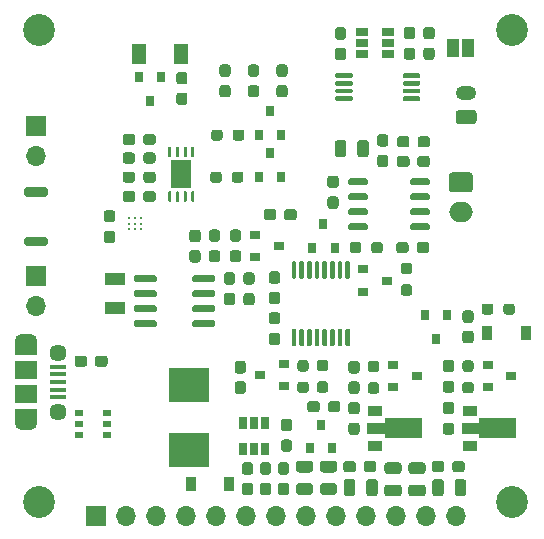
<source format=gbr>
G04 #@! TF.GenerationSoftware,KiCad,Pcbnew,(5.1.8)-1*
G04 #@! TF.CreationDate,2021-09-05T10:08:22+02:00*
G04 #@! TF.ProjectId,SuperPower-uC-KiCad,53757065-7250-46f7-9765-722d75432d4b,rev?*
G04 #@! TF.SameCoordinates,Original*
G04 #@! TF.FileFunction,Soldermask,Top*
G04 #@! TF.FilePolarity,Negative*
%FSLAX46Y46*%
G04 Gerber Fmt 4.6, Leading zero omitted, Abs format (unit mm)*
G04 Created by KiCad (PCBNEW (5.1.8)-1) date 2021-09-05 10:08:22*
%MOMM*%
%LPD*%
G01*
G04 APERTURE LIST*
%ADD10R,0.800000X0.900000*%
%ADD11R,1.300000X1.700000*%
%ADD12C,0.250000*%
%ADD13R,0.650000X1.060000*%
%ADD14R,0.900000X0.800000*%
%ADD15R,1.060000X0.650000*%
%ADD16C,0.100000*%
%ADD17R,1.300000X0.900000*%
%ADD18R,1.000000X1.500000*%
%ADD19O,1.700000X1.700000*%
%ADD20R,1.700000X1.700000*%
%ADD21C,2.700000*%
%ADD22R,0.700000X0.510000*%
%ADD23R,1.900000X1.200000*%
%ADD24O,1.900000X1.200000*%
%ADD25R,1.900000X1.500000*%
%ADD26C,1.450000*%
%ADD27R,1.350000X0.400000*%
%ADD28O,1.750000X1.200000*%
%ADD29R,1.800000X1.000000*%
%ADD30R,1.800000X2.400000*%
%ADD31R,3.500000X2.950000*%
%ADD32O,2.000000X1.700000*%
%ADD33R,0.900000X1.200000*%
G04 APERTURE END LIST*
G36*
G01*
X157427600Y-101946500D02*
X157227600Y-101946500D01*
G75*
G02*
X157127600Y-101846500I0J100000D01*
G01*
X157127600Y-100571500D01*
G75*
G02*
X157227600Y-100471500I100000J0D01*
G01*
X157427600Y-100471500D01*
G75*
G02*
X157527600Y-100571500I0J-100000D01*
G01*
X157527600Y-101846500D01*
G75*
G02*
X157427600Y-101946500I-100000J0D01*
G01*
G37*
G36*
G01*
X158077600Y-101946500D02*
X157877600Y-101946500D01*
G75*
G02*
X157777600Y-101846500I0J100000D01*
G01*
X157777600Y-100571500D01*
G75*
G02*
X157877600Y-100471500I100000J0D01*
G01*
X158077600Y-100471500D01*
G75*
G02*
X158177600Y-100571500I0J-100000D01*
G01*
X158177600Y-101846500D01*
G75*
G02*
X158077600Y-101946500I-100000J0D01*
G01*
G37*
G36*
G01*
X158727600Y-101946500D02*
X158527600Y-101946500D01*
G75*
G02*
X158427600Y-101846500I0J100000D01*
G01*
X158427600Y-100571500D01*
G75*
G02*
X158527600Y-100471500I100000J0D01*
G01*
X158727600Y-100471500D01*
G75*
G02*
X158827600Y-100571500I0J-100000D01*
G01*
X158827600Y-101846500D01*
G75*
G02*
X158727600Y-101946500I-100000J0D01*
G01*
G37*
G36*
G01*
X159377600Y-101946500D02*
X159177600Y-101946500D01*
G75*
G02*
X159077600Y-101846500I0J100000D01*
G01*
X159077600Y-100571500D01*
G75*
G02*
X159177600Y-100471500I100000J0D01*
G01*
X159377600Y-100471500D01*
G75*
G02*
X159477600Y-100571500I0J-100000D01*
G01*
X159477600Y-101846500D01*
G75*
G02*
X159377600Y-101946500I-100000J0D01*
G01*
G37*
G36*
G01*
X160027600Y-101946500D02*
X159827600Y-101946500D01*
G75*
G02*
X159727600Y-101846500I0J100000D01*
G01*
X159727600Y-100571500D01*
G75*
G02*
X159827600Y-100471500I100000J0D01*
G01*
X160027600Y-100471500D01*
G75*
G02*
X160127600Y-100571500I0J-100000D01*
G01*
X160127600Y-101846500D01*
G75*
G02*
X160027600Y-101946500I-100000J0D01*
G01*
G37*
G36*
G01*
X160677600Y-101946500D02*
X160477600Y-101946500D01*
G75*
G02*
X160377600Y-101846500I0J100000D01*
G01*
X160377600Y-100571500D01*
G75*
G02*
X160477600Y-100471500I100000J0D01*
G01*
X160677600Y-100471500D01*
G75*
G02*
X160777600Y-100571500I0J-100000D01*
G01*
X160777600Y-101846500D01*
G75*
G02*
X160677600Y-101946500I-100000J0D01*
G01*
G37*
G36*
G01*
X161327600Y-101946500D02*
X161127600Y-101946500D01*
G75*
G02*
X161027600Y-101846500I0J100000D01*
G01*
X161027600Y-100571500D01*
G75*
G02*
X161127600Y-100471500I100000J0D01*
G01*
X161327600Y-100471500D01*
G75*
G02*
X161427600Y-100571500I0J-100000D01*
G01*
X161427600Y-101846500D01*
G75*
G02*
X161327600Y-101946500I-100000J0D01*
G01*
G37*
G36*
G01*
X161977600Y-101946500D02*
X161777600Y-101946500D01*
G75*
G02*
X161677600Y-101846500I0J100000D01*
G01*
X161677600Y-100571500D01*
G75*
G02*
X161777600Y-100471500I100000J0D01*
G01*
X161977600Y-100471500D01*
G75*
G02*
X162077600Y-100571500I0J-100000D01*
G01*
X162077600Y-101846500D01*
G75*
G02*
X161977600Y-101946500I-100000J0D01*
G01*
G37*
G36*
G01*
X161977600Y-107671500D02*
X161777600Y-107671500D01*
G75*
G02*
X161677600Y-107571500I0J100000D01*
G01*
X161677600Y-106296500D01*
G75*
G02*
X161777600Y-106196500I100000J0D01*
G01*
X161977600Y-106196500D01*
G75*
G02*
X162077600Y-106296500I0J-100000D01*
G01*
X162077600Y-107571500D01*
G75*
G02*
X161977600Y-107671500I-100000J0D01*
G01*
G37*
G36*
G01*
X161327600Y-107671500D02*
X161127600Y-107671500D01*
G75*
G02*
X161027600Y-107571500I0J100000D01*
G01*
X161027600Y-106296500D01*
G75*
G02*
X161127600Y-106196500I100000J0D01*
G01*
X161327600Y-106196500D01*
G75*
G02*
X161427600Y-106296500I0J-100000D01*
G01*
X161427600Y-107571500D01*
G75*
G02*
X161327600Y-107671500I-100000J0D01*
G01*
G37*
G36*
G01*
X160677600Y-107671500D02*
X160477600Y-107671500D01*
G75*
G02*
X160377600Y-107571500I0J100000D01*
G01*
X160377600Y-106296500D01*
G75*
G02*
X160477600Y-106196500I100000J0D01*
G01*
X160677600Y-106196500D01*
G75*
G02*
X160777600Y-106296500I0J-100000D01*
G01*
X160777600Y-107571500D01*
G75*
G02*
X160677600Y-107671500I-100000J0D01*
G01*
G37*
G36*
G01*
X160027600Y-107671500D02*
X159827600Y-107671500D01*
G75*
G02*
X159727600Y-107571500I0J100000D01*
G01*
X159727600Y-106296500D01*
G75*
G02*
X159827600Y-106196500I100000J0D01*
G01*
X160027600Y-106196500D01*
G75*
G02*
X160127600Y-106296500I0J-100000D01*
G01*
X160127600Y-107571500D01*
G75*
G02*
X160027600Y-107671500I-100000J0D01*
G01*
G37*
G36*
G01*
X159377600Y-107671500D02*
X159177600Y-107671500D01*
G75*
G02*
X159077600Y-107571500I0J100000D01*
G01*
X159077600Y-106296500D01*
G75*
G02*
X159177600Y-106196500I100000J0D01*
G01*
X159377600Y-106196500D01*
G75*
G02*
X159477600Y-106296500I0J-100000D01*
G01*
X159477600Y-107571500D01*
G75*
G02*
X159377600Y-107671500I-100000J0D01*
G01*
G37*
G36*
G01*
X158727600Y-107671500D02*
X158527600Y-107671500D01*
G75*
G02*
X158427600Y-107571500I0J100000D01*
G01*
X158427600Y-106296500D01*
G75*
G02*
X158527600Y-106196500I100000J0D01*
G01*
X158727600Y-106196500D01*
G75*
G02*
X158827600Y-106296500I0J-100000D01*
G01*
X158827600Y-107571500D01*
G75*
G02*
X158727600Y-107671500I-100000J0D01*
G01*
G37*
G36*
G01*
X158077600Y-107671500D02*
X157877600Y-107671500D01*
G75*
G02*
X157777600Y-107571500I0J100000D01*
G01*
X157777600Y-106296500D01*
G75*
G02*
X157877600Y-106196500I100000J0D01*
G01*
X158077600Y-106196500D01*
G75*
G02*
X158177600Y-106296500I0J-100000D01*
G01*
X158177600Y-107571500D01*
G75*
G02*
X158077600Y-107671500I-100000J0D01*
G01*
G37*
G36*
G01*
X157427600Y-107671500D02*
X157227600Y-107671500D01*
G75*
G02*
X157127600Y-107571500I0J100000D01*
G01*
X157127600Y-106296500D01*
G75*
G02*
X157227600Y-106196500I100000J0D01*
G01*
X157427600Y-106196500D01*
G75*
G02*
X157527600Y-106296500I0J-100000D01*
G01*
X157527600Y-107571500D01*
G75*
G02*
X157427600Y-107671500I-100000J0D01*
G01*
G37*
G36*
G01*
X147590500Y-86188000D02*
X148065500Y-86188000D01*
G75*
G02*
X148303000Y-86425500I0J-237500D01*
G01*
X148303000Y-87000500D01*
G75*
G02*
X148065500Y-87238000I-237500J0D01*
G01*
X147590500Y-87238000D01*
G75*
G02*
X147353000Y-87000500I0J237500D01*
G01*
X147353000Y-86425500D01*
G75*
G02*
X147590500Y-86188000I237500J0D01*
G01*
G37*
G36*
G01*
X147590500Y-84438000D02*
X148065500Y-84438000D01*
G75*
G02*
X148303000Y-84675500I0J-237500D01*
G01*
X148303000Y-85250500D01*
G75*
G02*
X148065500Y-85488000I-237500J0D01*
G01*
X147590500Y-85488000D01*
G75*
G02*
X147353000Y-85250500I0J237500D01*
G01*
X147353000Y-84675500D01*
G75*
G02*
X147590500Y-84438000I237500J0D01*
G01*
G37*
D10*
X145150800Y-86861400D03*
X144200800Y-84861400D03*
X146100800Y-84861400D03*
D11*
X147726400Y-82880200D03*
X144226400Y-82880200D03*
G36*
G01*
X159503100Y-110637500D02*
X159978100Y-110637500D01*
G75*
G02*
X160215600Y-110875000I0J-237500D01*
G01*
X160215600Y-111375000D01*
G75*
G02*
X159978100Y-111612500I-237500J0D01*
G01*
X159503100Y-111612500D01*
G75*
G02*
X159265600Y-111375000I0J237500D01*
G01*
X159265600Y-110875000D01*
G75*
G02*
X159503100Y-110637500I237500J0D01*
G01*
G37*
G36*
G01*
X159503100Y-108812500D02*
X159978100Y-108812500D01*
G75*
G02*
X160215600Y-109050000I0J-237500D01*
G01*
X160215600Y-109550000D01*
G75*
G02*
X159978100Y-109787500I-237500J0D01*
G01*
X159503100Y-109787500D01*
G75*
G02*
X159265600Y-109550000I0J237500D01*
G01*
X159265600Y-109050000D01*
G75*
G02*
X159503100Y-108812500I237500J0D01*
G01*
G37*
G36*
G01*
X141469100Y-97886000D02*
X141944100Y-97886000D01*
G75*
G02*
X142181600Y-98123500I0J-237500D01*
G01*
X142181600Y-98698500D01*
G75*
G02*
X141944100Y-98936000I-237500J0D01*
G01*
X141469100Y-98936000D01*
G75*
G02*
X141231600Y-98698500I0J237500D01*
G01*
X141231600Y-98123500D01*
G75*
G02*
X141469100Y-97886000I237500J0D01*
G01*
G37*
G36*
G01*
X141469100Y-96136000D02*
X141944100Y-96136000D01*
G75*
G02*
X142181600Y-96373500I0J-237500D01*
G01*
X142181600Y-96948500D01*
G75*
G02*
X141944100Y-97186000I-237500J0D01*
G01*
X141469100Y-97186000D01*
G75*
G02*
X141231600Y-96948500I0J237500D01*
G01*
X141231600Y-96373500D01*
G75*
G02*
X141469100Y-96136000I237500J0D01*
G01*
G37*
D12*
X144373600Y-96774000D03*
X143873600Y-96774000D03*
X143373600Y-96774000D03*
X144373600Y-97274000D03*
X143873600Y-97274000D03*
X143373600Y-97274000D03*
X144373600Y-97774000D03*
X143873600Y-97774000D03*
X143373600Y-97774000D03*
G36*
G01*
X153755100Y-102457800D02*
X153280100Y-102457800D01*
G75*
G02*
X153042600Y-102220300I0J237500D01*
G01*
X153042600Y-101645300D01*
G75*
G02*
X153280100Y-101407800I237500J0D01*
G01*
X153755100Y-101407800D01*
G75*
G02*
X153992600Y-101645300I0J-237500D01*
G01*
X153992600Y-102220300D01*
G75*
G02*
X153755100Y-102457800I-237500J0D01*
G01*
G37*
G36*
G01*
X153755100Y-104207800D02*
X153280100Y-104207800D01*
G75*
G02*
X153042600Y-103970300I0J237500D01*
G01*
X153042600Y-103395300D01*
G75*
G02*
X153280100Y-103157800I237500J0D01*
G01*
X153755100Y-103157800D01*
G75*
G02*
X153992600Y-103395300I0J-237500D01*
G01*
X153992600Y-103970300D01*
G75*
G02*
X153755100Y-104207800I-237500J0D01*
G01*
G37*
G36*
G01*
X148708100Y-99512000D02*
X149183100Y-99512000D01*
G75*
G02*
X149420600Y-99749500I0J-237500D01*
G01*
X149420600Y-100349500D01*
G75*
G02*
X149183100Y-100587000I-237500J0D01*
G01*
X148708100Y-100587000D01*
G75*
G02*
X148470600Y-100349500I0J237500D01*
G01*
X148470600Y-99749500D01*
G75*
G02*
X148708100Y-99512000I237500J0D01*
G01*
G37*
G36*
G01*
X148708100Y-97787000D02*
X149183100Y-97787000D01*
G75*
G02*
X149420600Y-98024500I0J-237500D01*
G01*
X149420600Y-98624500D01*
G75*
G02*
X149183100Y-98862000I-237500J0D01*
G01*
X148708100Y-98862000D01*
G75*
G02*
X148470600Y-98624500I0J237500D01*
G01*
X148470600Y-98024500D01*
G75*
G02*
X148708100Y-97787000I237500J0D01*
G01*
G37*
D13*
X153959600Y-114132000D03*
X153009600Y-114132000D03*
X154909600Y-114132000D03*
X154909600Y-116332000D03*
X153959600Y-116332000D03*
X153009600Y-116332000D03*
D14*
X156065600Y-99187000D03*
X154065600Y-100137000D03*
X154065600Y-98237000D03*
D15*
X165302100Y-81976000D03*
X165302100Y-81026000D03*
X165302100Y-82926000D03*
X163102100Y-82926000D03*
X163102100Y-81976000D03*
X163102100Y-81026000D03*
G36*
G01*
X168216600Y-118483000D02*
X167266600Y-118483000D01*
G75*
G02*
X167016600Y-118233000I0J250000D01*
G01*
X167016600Y-117733000D01*
G75*
G02*
X167266600Y-117483000I250000J0D01*
G01*
X168216600Y-117483000D01*
G75*
G02*
X168466600Y-117733000I0J-250000D01*
G01*
X168466600Y-118233000D01*
G75*
G02*
X168216600Y-118483000I-250000J0D01*
G01*
G37*
G36*
G01*
X168216600Y-120383000D02*
X167266600Y-120383000D01*
G75*
G02*
X167016600Y-120133000I0J250000D01*
G01*
X167016600Y-119633000D01*
G75*
G02*
X167266600Y-119383000I250000J0D01*
G01*
X168216600Y-119383000D01*
G75*
G02*
X168466600Y-119633000I0J-250000D01*
G01*
X168466600Y-120133000D01*
G75*
G02*
X168216600Y-120383000I-250000J0D01*
G01*
G37*
D16*
G36*
X168135600Y-115471300D02*
G01*
X165010600Y-115471300D01*
X165010600Y-115054800D01*
X163535600Y-115054800D01*
X163535600Y-114154800D01*
X165010600Y-114154800D01*
X165010600Y-113738300D01*
X168135600Y-113738300D01*
X168135600Y-115471300D01*
G37*
D17*
X164185600Y-116104800D03*
X164185600Y-113104800D03*
D16*
G36*
X176136600Y-115471300D02*
G01*
X173011600Y-115471300D01*
X173011600Y-115054800D01*
X171536600Y-115054800D01*
X171536600Y-114154800D01*
X173011600Y-114154800D01*
X173011600Y-113738300D01*
X176136600Y-113738300D01*
X176136600Y-115471300D01*
G37*
D17*
X172186600Y-116104800D03*
X172186600Y-113104800D03*
D18*
X170789600Y-82423000D03*
X172089600Y-82423000D03*
D10*
X155295600Y-87789000D03*
X156245600Y-89789000D03*
X154345600Y-89789000D03*
D14*
X154438600Y-110109000D03*
X156438600Y-109159000D03*
X156438600Y-111059000D03*
X175710600Y-110170000D03*
X173710600Y-111120000D03*
X173710600Y-109220000D03*
X167709600Y-110170000D03*
X165709600Y-111120000D03*
X165709600Y-109220000D03*
G36*
G01*
X152061100Y-93582500D02*
X152061100Y-93107500D01*
G75*
G02*
X152298600Y-92870000I237500J0D01*
G01*
X152798600Y-92870000D01*
G75*
G02*
X153036100Y-93107500I0J-237500D01*
G01*
X153036100Y-93582500D01*
G75*
G02*
X152798600Y-93820000I-237500J0D01*
G01*
X152298600Y-93820000D01*
G75*
G02*
X152061100Y-93582500I0J237500D01*
G01*
G37*
G36*
G01*
X150236100Y-93582500D02*
X150236100Y-93107500D01*
G75*
G02*
X150473600Y-92870000I237500J0D01*
G01*
X150973600Y-92870000D01*
G75*
G02*
X151211100Y-93107500I0J-237500D01*
G01*
X151211100Y-93582500D01*
G75*
G02*
X150973600Y-93820000I-237500J0D01*
G01*
X150473600Y-93820000D01*
G75*
G02*
X150236100Y-93582500I0J237500D01*
G01*
G37*
G36*
G01*
X166615100Y-102429500D02*
X167090100Y-102429500D01*
G75*
G02*
X167327600Y-102667000I0J-237500D01*
G01*
X167327600Y-103167000D01*
G75*
G02*
X167090100Y-103404500I-237500J0D01*
G01*
X166615100Y-103404500D01*
G75*
G02*
X166377600Y-103167000I0J237500D01*
G01*
X166377600Y-102667000D01*
G75*
G02*
X166615100Y-102429500I237500J0D01*
G01*
G37*
G36*
G01*
X166615100Y-100604500D02*
X167090100Y-100604500D01*
G75*
G02*
X167327600Y-100842000I0J-237500D01*
G01*
X167327600Y-101342000D01*
G75*
G02*
X167090100Y-101579500I-237500J0D01*
G01*
X166615100Y-101579500D01*
G75*
G02*
X166377600Y-101342000I0J237500D01*
G01*
X166377600Y-100842000D01*
G75*
G02*
X166615100Y-100604500I237500J0D01*
G01*
G37*
G36*
G01*
X151291100Y-89551500D02*
X151291100Y-90026500D01*
G75*
G02*
X151053600Y-90264000I-237500J0D01*
G01*
X150553600Y-90264000D01*
G75*
G02*
X150316100Y-90026500I0J237500D01*
G01*
X150316100Y-89551500D01*
G75*
G02*
X150553600Y-89314000I237500J0D01*
G01*
X151053600Y-89314000D01*
G75*
G02*
X151291100Y-89551500I0J-237500D01*
G01*
G37*
G36*
G01*
X153116100Y-89551500D02*
X153116100Y-90026500D01*
G75*
G02*
X152878600Y-90264000I-237500J0D01*
G01*
X152378600Y-90264000D01*
G75*
G02*
X152141100Y-90026500I0J237500D01*
G01*
X152141100Y-89551500D01*
G75*
G02*
X152378600Y-89314000I237500J0D01*
G01*
X152878600Y-89314000D01*
G75*
G02*
X153116100Y-89551500I0J-237500D01*
G01*
G37*
G36*
G01*
X158327100Y-109811000D02*
X157852100Y-109811000D01*
G75*
G02*
X157614600Y-109573500I0J237500D01*
G01*
X157614600Y-109073500D01*
G75*
G02*
X157852100Y-108836000I237500J0D01*
G01*
X158327100Y-108836000D01*
G75*
G02*
X158564600Y-109073500I0J-237500D01*
G01*
X158564600Y-109573500D01*
G75*
G02*
X158327100Y-109811000I-237500J0D01*
G01*
G37*
G36*
G01*
X158327100Y-111636000D02*
X157852100Y-111636000D01*
G75*
G02*
X157614600Y-111398500I0J237500D01*
G01*
X157614600Y-110898500D01*
G75*
G02*
X157852100Y-110661000I237500J0D01*
G01*
X158327100Y-110661000D01*
G75*
G02*
X158564600Y-110898500I0J-237500D01*
G01*
X158564600Y-111398500D01*
G75*
G02*
X158327100Y-111636000I-237500J0D01*
G01*
G37*
G36*
G01*
X163821100Y-110725800D02*
X164296100Y-110725800D01*
G75*
G02*
X164533600Y-110963300I0J-237500D01*
G01*
X164533600Y-111463300D01*
G75*
G02*
X164296100Y-111700800I-237500J0D01*
G01*
X163821100Y-111700800D01*
G75*
G02*
X163583600Y-111463300I0J237500D01*
G01*
X163583600Y-110963300D01*
G75*
G02*
X163821100Y-110725800I237500J0D01*
G01*
G37*
G36*
G01*
X163821100Y-108900800D02*
X164296100Y-108900800D01*
G75*
G02*
X164533600Y-109138300I0J-237500D01*
G01*
X164533600Y-109638300D01*
G75*
G02*
X164296100Y-109875800I-237500J0D01*
G01*
X163821100Y-109875800D01*
G75*
G02*
X163583600Y-109638300I0J237500D01*
G01*
X163583600Y-109138300D01*
G75*
G02*
X163821100Y-108900800I237500J0D01*
G01*
G37*
G36*
G01*
X171822100Y-110684500D02*
X172297100Y-110684500D01*
G75*
G02*
X172534600Y-110922000I0J-237500D01*
G01*
X172534600Y-111422000D01*
G75*
G02*
X172297100Y-111659500I-237500J0D01*
G01*
X171822100Y-111659500D01*
G75*
G02*
X171584600Y-111422000I0J237500D01*
G01*
X171584600Y-110922000D01*
G75*
G02*
X171822100Y-110684500I237500J0D01*
G01*
G37*
G36*
G01*
X171822100Y-108859500D02*
X172297100Y-108859500D01*
G75*
G02*
X172534600Y-109097000I0J-237500D01*
G01*
X172534600Y-109597000D01*
G75*
G02*
X172297100Y-109834500I-237500J0D01*
G01*
X171822100Y-109834500D01*
G75*
G02*
X171584600Y-109597000I0J237500D01*
G01*
X171584600Y-109097000D01*
G75*
G02*
X171822100Y-108859500I237500J0D01*
G01*
G37*
G36*
G01*
X163012600Y-99076500D02*
X163012600Y-99551500D01*
G75*
G02*
X162775100Y-99789000I-237500J0D01*
G01*
X162275100Y-99789000D01*
G75*
G02*
X162037600Y-99551500I0J237500D01*
G01*
X162037600Y-99076500D01*
G75*
G02*
X162275100Y-98839000I237500J0D01*
G01*
X162775100Y-98839000D01*
G75*
G02*
X163012600Y-99076500I0J-237500D01*
G01*
G37*
G36*
G01*
X164837600Y-99076500D02*
X164837600Y-99551500D01*
G75*
G02*
X164600100Y-99789000I-237500J0D01*
G01*
X164100100Y-99789000D01*
G75*
G02*
X163862600Y-99551500I0J237500D01*
G01*
X163862600Y-99076500D01*
G75*
G02*
X164100100Y-98839000I237500J0D01*
G01*
X164600100Y-98839000D01*
G75*
G02*
X164837600Y-99076500I0J-237500D01*
G01*
G37*
G36*
G01*
X174198100Y-104283500D02*
X174198100Y-104758500D01*
G75*
G02*
X173960600Y-104996000I-237500J0D01*
G01*
X173460600Y-104996000D01*
G75*
G02*
X173223100Y-104758500I0J237500D01*
G01*
X173223100Y-104283500D01*
G75*
G02*
X173460600Y-104046000I237500J0D01*
G01*
X173960600Y-104046000D01*
G75*
G02*
X174198100Y-104283500I0J-237500D01*
G01*
G37*
G36*
G01*
X176023100Y-104283500D02*
X176023100Y-104758500D01*
G75*
G02*
X175785600Y-104996000I-237500J0D01*
G01*
X175285600Y-104996000D01*
G75*
G02*
X175048100Y-104758500I0J237500D01*
G01*
X175048100Y-104283500D01*
G75*
G02*
X175285600Y-104046000I237500J0D01*
G01*
X175785600Y-104046000D01*
G75*
G02*
X176023100Y-104283500I0J-237500D01*
G01*
G37*
D10*
X155295600Y-91345000D03*
X156245600Y-93345000D03*
X154345600Y-93345000D03*
G36*
G01*
X161769600Y-90457000D02*
X161769600Y-91407000D01*
G75*
G02*
X161519600Y-91657000I-250000J0D01*
G01*
X161019600Y-91657000D01*
G75*
G02*
X160769600Y-91407000I0J250000D01*
G01*
X160769600Y-90457000D01*
G75*
G02*
X161019600Y-90207000I250000J0D01*
G01*
X161519600Y-90207000D01*
G75*
G02*
X161769600Y-90457000I0J-250000D01*
G01*
G37*
G36*
G01*
X163669600Y-90457000D02*
X163669600Y-91407000D01*
G75*
G02*
X163419600Y-91657000I-250000J0D01*
G01*
X162919600Y-91657000D01*
G75*
G02*
X162669600Y-91407000I0J250000D01*
G01*
X162669600Y-90457000D01*
G75*
G02*
X162919600Y-90207000I250000J0D01*
G01*
X163419600Y-90207000D01*
G75*
G02*
X163669600Y-90457000I0J-250000D01*
G01*
G37*
D19*
X171043600Y-122047000D03*
X168503600Y-122047000D03*
X165963600Y-122047000D03*
X163423600Y-122047000D03*
X160883600Y-122047000D03*
X158343600Y-122047000D03*
X155803600Y-122047000D03*
X153263600Y-122047000D03*
X150723600Y-122047000D03*
X148183600Y-122047000D03*
X145643600Y-122047000D03*
X143103600Y-122047000D03*
D20*
X140563600Y-122047000D03*
G36*
G01*
X162645100Y-109975800D02*
X162170100Y-109975800D01*
G75*
G02*
X161932600Y-109738300I0J237500D01*
G01*
X161932600Y-109138300D01*
G75*
G02*
X162170100Y-108900800I237500J0D01*
G01*
X162645100Y-108900800D01*
G75*
G02*
X162882600Y-109138300I0J-237500D01*
G01*
X162882600Y-109738300D01*
G75*
G02*
X162645100Y-109975800I-237500J0D01*
G01*
G37*
G36*
G01*
X162645100Y-111700800D02*
X162170100Y-111700800D01*
G75*
G02*
X161932600Y-111463300I0J237500D01*
G01*
X161932600Y-110863300D01*
G75*
G02*
X162170100Y-110625800I237500J0D01*
G01*
X162645100Y-110625800D01*
G75*
G02*
X162882600Y-110863300I0J-237500D01*
G01*
X162882600Y-111463300D01*
G75*
G02*
X162645100Y-111700800I-237500J0D01*
G01*
G37*
G36*
G01*
X155914100Y-102391500D02*
X155439100Y-102391500D01*
G75*
G02*
X155201600Y-102154000I0J237500D01*
G01*
X155201600Y-101554000D01*
G75*
G02*
X155439100Y-101316500I237500J0D01*
G01*
X155914100Y-101316500D01*
G75*
G02*
X156151600Y-101554000I0J-237500D01*
G01*
X156151600Y-102154000D01*
G75*
G02*
X155914100Y-102391500I-237500J0D01*
G01*
G37*
G36*
G01*
X155914100Y-104116500D02*
X155439100Y-104116500D01*
G75*
G02*
X155201600Y-103879000I0J237500D01*
G01*
X155201600Y-103279000D01*
G75*
G02*
X155439100Y-103041500I237500J0D01*
G01*
X155914100Y-103041500D01*
G75*
G02*
X156151600Y-103279000I0J-237500D01*
G01*
X156151600Y-103879000D01*
G75*
G02*
X155914100Y-104116500I-237500J0D01*
G01*
G37*
G36*
G01*
X140470800Y-109178100D02*
X140470800Y-108703100D01*
G75*
G02*
X140708300Y-108465600I237500J0D01*
G01*
X141308300Y-108465600D01*
G75*
G02*
X141545800Y-108703100I0J-237500D01*
G01*
X141545800Y-109178100D01*
G75*
G02*
X141308300Y-109415600I-237500J0D01*
G01*
X140708300Y-109415600D01*
G75*
G02*
X140470800Y-109178100I0J237500D01*
G01*
G37*
G36*
G01*
X138745800Y-109178100D02*
X138745800Y-108703100D01*
G75*
G02*
X138983300Y-108465600I237500J0D01*
G01*
X139583300Y-108465600D01*
G75*
G02*
X139820800Y-108703100I0J-237500D01*
G01*
X139820800Y-109178100D01*
G75*
G02*
X139583300Y-109415600I-237500J0D01*
G01*
X138983300Y-109415600D01*
G75*
G02*
X138745800Y-109178100I0J237500D01*
G01*
G37*
G36*
G01*
X153018500Y-109975800D02*
X152543500Y-109975800D01*
G75*
G02*
X152306000Y-109738300I0J237500D01*
G01*
X152306000Y-109138300D01*
G75*
G02*
X152543500Y-108900800I237500J0D01*
G01*
X153018500Y-108900800D01*
G75*
G02*
X153256000Y-109138300I0J-237500D01*
G01*
X153256000Y-109738300D01*
G75*
G02*
X153018500Y-109975800I-237500J0D01*
G01*
G37*
G36*
G01*
X153018500Y-111700800D02*
X152543500Y-111700800D01*
G75*
G02*
X152306000Y-111463300I0J237500D01*
G01*
X152306000Y-110863300D01*
G75*
G02*
X152543500Y-110625800I237500J0D01*
G01*
X153018500Y-110625800D01*
G75*
G02*
X153256000Y-110863300I0J-237500D01*
G01*
X153256000Y-111463300D01*
G75*
G02*
X153018500Y-111700800I-237500J0D01*
G01*
G37*
G36*
G01*
X153628100Y-118561000D02*
X153153100Y-118561000D01*
G75*
G02*
X152915600Y-118323500I0J237500D01*
G01*
X152915600Y-117723500D01*
G75*
G02*
X153153100Y-117486000I237500J0D01*
G01*
X153628100Y-117486000D01*
G75*
G02*
X153865600Y-117723500I0J-237500D01*
G01*
X153865600Y-118323500D01*
G75*
G02*
X153628100Y-118561000I-237500J0D01*
G01*
G37*
G36*
G01*
X153628100Y-120286000D02*
X153153100Y-120286000D01*
G75*
G02*
X152915600Y-120048500I0J237500D01*
G01*
X152915600Y-119448500D01*
G75*
G02*
X153153100Y-119211000I237500J0D01*
G01*
X153628100Y-119211000D01*
G75*
G02*
X153865600Y-119448500I0J-237500D01*
G01*
X153865600Y-120048500D01*
G75*
G02*
X153628100Y-120286000I-237500J0D01*
G01*
G37*
G36*
G01*
X162576600Y-117618500D02*
X162576600Y-118093500D01*
G75*
G02*
X162339100Y-118331000I-237500J0D01*
G01*
X161739100Y-118331000D01*
G75*
G02*
X161501600Y-118093500I0J237500D01*
G01*
X161501600Y-117618500D01*
G75*
G02*
X161739100Y-117381000I237500J0D01*
G01*
X162339100Y-117381000D01*
G75*
G02*
X162576600Y-117618500I0J-237500D01*
G01*
G37*
G36*
G01*
X164301600Y-117618500D02*
X164301600Y-118093500D01*
G75*
G02*
X164064100Y-118331000I-237500J0D01*
G01*
X163464100Y-118331000D01*
G75*
G02*
X163226600Y-118093500I0J237500D01*
G01*
X163226600Y-117618500D01*
G75*
G02*
X163464100Y-117381000I237500J0D01*
G01*
X164064100Y-117381000D01*
G75*
G02*
X164301600Y-117618500I0J-237500D01*
G01*
G37*
G36*
G01*
X170719600Y-118093500D02*
X170719600Y-117618500D01*
G75*
G02*
X170957100Y-117381000I237500J0D01*
G01*
X171557100Y-117381000D01*
G75*
G02*
X171794600Y-117618500I0J-237500D01*
G01*
X171794600Y-118093500D01*
G75*
G02*
X171557100Y-118331000I-237500J0D01*
G01*
X170957100Y-118331000D01*
G75*
G02*
X170719600Y-118093500I0J237500D01*
G01*
G37*
G36*
G01*
X168994600Y-118093500D02*
X168994600Y-117618500D01*
G75*
G02*
X169232100Y-117381000I237500J0D01*
G01*
X169832100Y-117381000D01*
G75*
G02*
X170069600Y-117618500I0J-237500D01*
G01*
X170069600Y-118093500D01*
G75*
G02*
X169832100Y-118331000I-237500J0D01*
G01*
X169232100Y-118331000D01*
G75*
G02*
X168994600Y-118093500I0J237500D01*
G01*
G37*
G36*
G01*
X172297100Y-105693500D02*
X171822100Y-105693500D01*
G75*
G02*
X171584600Y-105456000I0J237500D01*
G01*
X171584600Y-104856000D01*
G75*
G02*
X171822100Y-104618500I237500J0D01*
G01*
X172297100Y-104618500D01*
G75*
G02*
X172534600Y-104856000I0J-237500D01*
G01*
X172534600Y-105456000D01*
G75*
G02*
X172297100Y-105693500I-237500J0D01*
G01*
G37*
G36*
G01*
X172297100Y-107418500D02*
X171822100Y-107418500D01*
G75*
G02*
X171584600Y-107181000I0J237500D01*
G01*
X171584600Y-106581000D01*
G75*
G02*
X171822100Y-106343500I237500J0D01*
G01*
X172297100Y-106343500D01*
G75*
G02*
X172534600Y-106581000I0J-237500D01*
G01*
X172534600Y-107181000D01*
G75*
G02*
X172297100Y-107418500I-237500J0D01*
G01*
G37*
G36*
G01*
X167112900Y-91786700D02*
X167112900Y-92261700D01*
G75*
G02*
X166875400Y-92499200I-237500J0D01*
G01*
X166275400Y-92499200D01*
G75*
G02*
X166037900Y-92261700I0J237500D01*
G01*
X166037900Y-91786700D01*
G75*
G02*
X166275400Y-91549200I237500J0D01*
G01*
X166875400Y-91549200D01*
G75*
G02*
X167112900Y-91786700I0J-237500D01*
G01*
G37*
G36*
G01*
X168837900Y-91786700D02*
X168837900Y-92261700D01*
G75*
G02*
X168600400Y-92499200I-237500J0D01*
G01*
X168000400Y-92499200D01*
G75*
G02*
X167762900Y-92261700I0J237500D01*
G01*
X167762900Y-91786700D01*
G75*
G02*
X168000400Y-91549200I237500J0D01*
G01*
X168600400Y-91549200D01*
G75*
G02*
X168837900Y-91786700I0J-237500D01*
G01*
G37*
G36*
G01*
X155833100Y-96282500D02*
X155833100Y-96757500D01*
G75*
G02*
X155595600Y-96995000I-237500J0D01*
G01*
X154995600Y-96995000D01*
G75*
G02*
X154758100Y-96757500I0J237500D01*
G01*
X154758100Y-96282500D01*
G75*
G02*
X154995600Y-96045000I237500J0D01*
G01*
X155595600Y-96045000D01*
G75*
G02*
X155833100Y-96282500I0J-237500D01*
G01*
G37*
G36*
G01*
X157558100Y-96282500D02*
X157558100Y-96757500D01*
G75*
G02*
X157320600Y-96995000I-237500J0D01*
G01*
X156720600Y-96995000D01*
G75*
G02*
X156483100Y-96757500I0J237500D01*
G01*
X156483100Y-96282500D01*
G75*
G02*
X156720600Y-96045000I237500J0D01*
G01*
X157320600Y-96045000D01*
G75*
G02*
X157558100Y-96282500I0J-237500D01*
G01*
G37*
D19*
X135483600Y-104267000D03*
D20*
X135483600Y-101727000D03*
G36*
G01*
X167724600Y-99551500D02*
X167724600Y-99076500D01*
G75*
G02*
X167962100Y-98839000I237500J0D01*
G01*
X168537100Y-98839000D01*
G75*
G02*
X168774600Y-99076500I0J-237500D01*
G01*
X168774600Y-99551500D01*
G75*
G02*
X168537100Y-99789000I-237500J0D01*
G01*
X167962100Y-99789000D01*
G75*
G02*
X167724600Y-99551500I0J237500D01*
G01*
G37*
G36*
G01*
X165974600Y-99551500D02*
X165974600Y-99076500D01*
G75*
G02*
X166212100Y-98839000I237500J0D01*
G01*
X166787100Y-98839000D01*
G75*
G02*
X167024600Y-99076500I0J-237500D01*
G01*
X167024600Y-99551500D01*
G75*
G02*
X166787100Y-99789000I-237500J0D01*
G01*
X166212100Y-99789000D01*
G75*
G02*
X165974600Y-99551500I0J237500D01*
G01*
G37*
G36*
G01*
X156074100Y-85553000D02*
X156549100Y-85553000D01*
G75*
G02*
X156786600Y-85790500I0J-237500D01*
G01*
X156786600Y-86365500D01*
G75*
G02*
X156549100Y-86603000I-237500J0D01*
G01*
X156074100Y-86603000D01*
G75*
G02*
X155836600Y-86365500I0J237500D01*
G01*
X155836600Y-85790500D01*
G75*
G02*
X156074100Y-85553000I237500J0D01*
G01*
G37*
G36*
G01*
X156074100Y-83803000D02*
X156549100Y-83803000D01*
G75*
G02*
X156786600Y-84040500I0J-237500D01*
G01*
X156786600Y-84615500D01*
G75*
G02*
X156549100Y-84853000I-237500J0D01*
G01*
X156074100Y-84853000D01*
G75*
G02*
X155836600Y-84615500I0J237500D01*
G01*
X155836600Y-84040500D01*
G75*
G02*
X156074100Y-83803000I237500J0D01*
G01*
G37*
G36*
G01*
X154136100Y-84853000D02*
X153661100Y-84853000D01*
G75*
G02*
X153423600Y-84615500I0J237500D01*
G01*
X153423600Y-84040500D01*
G75*
G02*
X153661100Y-83803000I237500J0D01*
G01*
X154136100Y-83803000D01*
G75*
G02*
X154373600Y-84040500I0J-237500D01*
G01*
X154373600Y-84615500D01*
G75*
G02*
X154136100Y-84853000I-237500J0D01*
G01*
G37*
G36*
G01*
X154136100Y-86603000D02*
X153661100Y-86603000D01*
G75*
G02*
X153423600Y-86365500I0J237500D01*
G01*
X153423600Y-85790500D01*
G75*
G02*
X153661100Y-85553000I237500J0D01*
G01*
X154136100Y-85553000D01*
G75*
G02*
X154373600Y-85790500I0J-237500D01*
G01*
X154373600Y-86365500D01*
G75*
G02*
X154136100Y-86603000I-237500J0D01*
G01*
G37*
D10*
X159806600Y-97314000D03*
X160756600Y-99314000D03*
X158856600Y-99314000D03*
G36*
G01*
X151723100Y-84853000D02*
X151248100Y-84853000D01*
G75*
G02*
X151010600Y-84615500I0J237500D01*
G01*
X151010600Y-84040500D01*
G75*
G02*
X151248100Y-83803000I237500J0D01*
G01*
X151723100Y-83803000D01*
G75*
G02*
X151960600Y-84040500I0J-237500D01*
G01*
X151960600Y-84615500D01*
G75*
G02*
X151723100Y-84853000I-237500J0D01*
G01*
G37*
G36*
G01*
X151723100Y-86603000D02*
X151248100Y-86603000D01*
G75*
G02*
X151010600Y-86365500I0J237500D01*
G01*
X151010600Y-85790500D01*
G75*
G02*
X151248100Y-85553000I237500J0D01*
G01*
X151723100Y-85553000D01*
G75*
G02*
X151960600Y-85790500I0J-237500D01*
G01*
X151960600Y-86365500D01*
G75*
G02*
X151723100Y-86603000I-237500J0D01*
G01*
G37*
G36*
G01*
X166184600Y-118483000D02*
X165234600Y-118483000D01*
G75*
G02*
X164984600Y-118233000I0J250000D01*
G01*
X164984600Y-117733000D01*
G75*
G02*
X165234600Y-117483000I250000J0D01*
G01*
X166184600Y-117483000D01*
G75*
G02*
X166434600Y-117733000I0J-250000D01*
G01*
X166434600Y-118233000D01*
G75*
G02*
X166184600Y-118483000I-250000J0D01*
G01*
G37*
G36*
G01*
X166184600Y-120383000D02*
X165234600Y-120383000D01*
G75*
G02*
X164984600Y-120133000I0J250000D01*
G01*
X164984600Y-119633000D01*
G75*
G02*
X165234600Y-119383000I250000J0D01*
G01*
X166184600Y-119383000D01*
G75*
G02*
X166434600Y-119633000I0J-250000D01*
G01*
X166434600Y-120133000D01*
G75*
G02*
X166184600Y-120383000I-250000J0D01*
G01*
G37*
G36*
G01*
X162526600Y-119159000D02*
X162526600Y-120109000D01*
G75*
G02*
X162276600Y-120359000I-250000J0D01*
G01*
X161776600Y-120359000D01*
G75*
G02*
X161526600Y-120109000I0J250000D01*
G01*
X161526600Y-119159000D01*
G75*
G02*
X161776600Y-118909000I250000J0D01*
G01*
X162276600Y-118909000D01*
G75*
G02*
X162526600Y-119159000I0J-250000D01*
G01*
G37*
G36*
G01*
X164426600Y-119159000D02*
X164426600Y-120109000D01*
G75*
G02*
X164176600Y-120359000I-250000J0D01*
G01*
X163676600Y-120359000D01*
G75*
G02*
X163426600Y-120109000I0J250000D01*
G01*
X163426600Y-119159000D01*
G75*
G02*
X163676600Y-118909000I250000J0D01*
G01*
X164176600Y-118909000D01*
G75*
G02*
X164426600Y-119159000I0J-250000D01*
G01*
G37*
G36*
G01*
X158691600Y-118356000D02*
X157741600Y-118356000D01*
G75*
G02*
X157491600Y-118106000I0J250000D01*
G01*
X157491600Y-117606000D01*
G75*
G02*
X157741600Y-117356000I250000J0D01*
G01*
X158691600Y-117356000D01*
G75*
G02*
X158941600Y-117606000I0J-250000D01*
G01*
X158941600Y-118106000D01*
G75*
G02*
X158691600Y-118356000I-250000J0D01*
G01*
G37*
G36*
G01*
X158691600Y-120256000D02*
X157741600Y-120256000D01*
G75*
G02*
X157491600Y-120006000I0J250000D01*
G01*
X157491600Y-119506000D01*
G75*
G02*
X157741600Y-119256000I250000J0D01*
G01*
X158691600Y-119256000D01*
G75*
G02*
X158941600Y-119506000I0J-250000D01*
G01*
X158941600Y-120006000D01*
G75*
G02*
X158691600Y-120256000I-250000J0D01*
G01*
G37*
G36*
G01*
X170919600Y-120109000D02*
X170919600Y-119159000D01*
G75*
G02*
X171169600Y-118909000I250000J0D01*
G01*
X171669600Y-118909000D01*
G75*
G02*
X171919600Y-119159000I0J-250000D01*
G01*
X171919600Y-120109000D01*
G75*
G02*
X171669600Y-120359000I-250000J0D01*
G01*
X171169600Y-120359000D01*
G75*
G02*
X170919600Y-120109000I0J250000D01*
G01*
G37*
G36*
G01*
X169019600Y-120109000D02*
X169019600Y-119159000D01*
G75*
G02*
X169269600Y-118909000I250000J0D01*
G01*
X169769600Y-118909000D01*
G75*
G02*
X170019600Y-119159000I0J-250000D01*
G01*
X170019600Y-120109000D01*
G75*
G02*
X169769600Y-120359000I-250000J0D01*
G01*
X169269600Y-120359000D01*
G75*
G02*
X169019600Y-120109000I0J250000D01*
G01*
G37*
G36*
G01*
X160723600Y-118356000D02*
X159773600Y-118356000D01*
G75*
G02*
X159523600Y-118106000I0J250000D01*
G01*
X159523600Y-117606000D01*
G75*
G02*
X159773600Y-117356000I250000J0D01*
G01*
X160723600Y-117356000D01*
G75*
G02*
X160973600Y-117606000I0J-250000D01*
G01*
X160973600Y-118106000D01*
G75*
G02*
X160723600Y-118356000I-250000J0D01*
G01*
G37*
G36*
G01*
X160723600Y-120256000D02*
X159773600Y-120256000D01*
G75*
G02*
X159523600Y-120006000I0J250000D01*
G01*
X159523600Y-119506000D01*
G75*
G02*
X159773600Y-119256000I250000J0D01*
G01*
X160723600Y-119256000D01*
G75*
G02*
X160973600Y-119506000I0J-250000D01*
G01*
X160973600Y-120006000D01*
G75*
G02*
X160723600Y-120256000I-250000J0D01*
G01*
G37*
D21*
X175768000Y-80848200D03*
X135763000Y-80848200D03*
X175768000Y-120853200D03*
X135763000Y-120853200D03*
D22*
X141452600Y-113284000D03*
X141452600Y-114234000D03*
X141452600Y-115184000D03*
X139132600Y-115184000D03*
X139132600Y-114234000D03*
X139132600Y-113284000D03*
G36*
G01*
X163570600Y-97411400D02*
X163570600Y-97711400D01*
G75*
G02*
X163420600Y-97861400I-150000J0D01*
G01*
X162070600Y-97861400D01*
G75*
G02*
X161920600Y-97711400I0J150000D01*
G01*
X161920600Y-97411400D01*
G75*
G02*
X162070600Y-97261400I150000J0D01*
G01*
X163420600Y-97261400D01*
G75*
G02*
X163570600Y-97411400I0J-150000D01*
G01*
G37*
G36*
G01*
X163570600Y-96141400D02*
X163570600Y-96441400D01*
G75*
G02*
X163420600Y-96591400I-150000J0D01*
G01*
X162070600Y-96591400D01*
G75*
G02*
X161920600Y-96441400I0J150000D01*
G01*
X161920600Y-96141400D01*
G75*
G02*
X162070600Y-95991400I150000J0D01*
G01*
X163420600Y-95991400D01*
G75*
G02*
X163570600Y-96141400I0J-150000D01*
G01*
G37*
G36*
G01*
X163570600Y-94871400D02*
X163570600Y-95171400D01*
G75*
G02*
X163420600Y-95321400I-150000J0D01*
G01*
X162070600Y-95321400D01*
G75*
G02*
X161920600Y-95171400I0J150000D01*
G01*
X161920600Y-94871400D01*
G75*
G02*
X162070600Y-94721400I150000J0D01*
G01*
X163420600Y-94721400D01*
G75*
G02*
X163570600Y-94871400I0J-150000D01*
G01*
G37*
G36*
G01*
X163570600Y-93601400D02*
X163570600Y-93901400D01*
G75*
G02*
X163420600Y-94051400I-150000J0D01*
G01*
X162070600Y-94051400D01*
G75*
G02*
X161920600Y-93901400I0J150000D01*
G01*
X161920600Y-93601400D01*
G75*
G02*
X162070600Y-93451400I150000J0D01*
G01*
X163420600Y-93451400D01*
G75*
G02*
X163570600Y-93601400I0J-150000D01*
G01*
G37*
G36*
G01*
X168820600Y-93601400D02*
X168820600Y-93901400D01*
G75*
G02*
X168670600Y-94051400I-150000J0D01*
G01*
X167320600Y-94051400D01*
G75*
G02*
X167170600Y-93901400I0J150000D01*
G01*
X167170600Y-93601400D01*
G75*
G02*
X167320600Y-93451400I150000J0D01*
G01*
X168670600Y-93451400D01*
G75*
G02*
X168820600Y-93601400I0J-150000D01*
G01*
G37*
G36*
G01*
X168820600Y-94871400D02*
X168820600Y-95171400D01*
G75*
G02*
X168670600Y-95321400I-150000J0D01*
G01*
X167320600Y-95321400D01*
G75*
G02*
X167170600Y-95171400I0J150000D01*
G01*
X167170600Y-94871400D01*
G75*
G02*
X167320600Y-94721400I150000J0D01*
G01*
X168670600Y-94721400D01*
G75*
G02*
X168820600Y-94871400I0J-150000D01*
G01*
G37*
G36*
G01*
X168820600Y-96141400D02*
X168820600Y-96441400D01*
G75*
G02*
X168670600Y-96591400I-150000J0D01*
G01*
X167320600Y-96591400D01*
G75*
G02*
X167170600Y-96441400I0J150000D01*
G01*
X167170600Y-96141400D01*
G75*
G02*
X167320600Y-95991400I150000J0D01*
G01*
X168670600Y-95991400D01*
G75*
G02*
X168820600Y-96141400I0J-150000D01*
G01*
G37*
G36*
G01*
X168820600Y-97411400D02*
X168820600Y-97711400D01*
G75*
G02*
X168670600Y-97861400I-150000J0D01*
G01*
X167320600Y-97861400D01*
G75*
G02*
X167170600Y-97711400I0J150000D01*
G01*
X167170600Y-97411400D01*
G75*
G02*
X167320600Y-97261400I150000J0D01*
G01*
X168670600Y-97261400D01*
G75*
G02*
X168820600Y-97411400I0J-150000D01*
G01*
G37*
G36*
G01*
X152104100Y-102455200D02*
X151629100Y-102455200D01*
G75*
G02*
X151391600Y-102217700I0J237500D01*
G01*
X151391600Y-101642700D01*
G75*
G02*
X151629100Y-101405200I237500J0D01*
G01*
X152104100Y-101405200D01*
G75*
G02*
X152341600Y-101642700I0J-237500D01*
G01*
X152341600Y-102217700D01*
G75*
G02*
X152104100Y-102455200I-237500J0D01*
G01*
G37*
G36*
G01*
X152104100Y-104205200D02*
X151629100Y-104205200D01*
G75*
G02*
X151391600Y-103967700I0J237500D01*
G01*
X151391600Y-103392700D01*
G75*
G02*
X151629100Y-103155200I237500J0D01*
G01*
X152104100Y-103155200D01*
G75*
G02*
X152341600Y-103392700I0J-237500D01*
G01*
X152341600Y-103967700D01*
G75*
G02*
X152104100Y-104205200I-237500J0D01*
G01*
G37*
G36*
G01*
X152137100Y-99523000D02*
X152612100Y-99523000D01*
G75*
G02*
X152849600Y-99760500I0J-237500D01*
G01*
X152849600Y-100335500D01*
G75*
G02*
X152612100Y-100573000I-237500J0D01*
G01*
X152137100Y-100573000D01*
G75*
G02*
X151899600Y-100335500I0J237500D01*
G01*
X151899600Y-99760500D01*
G75*
G02*
X152137100Y-99523000I237500J0D01*
G01*
G37*
G36*
G01*
X152137100Y-97773000D02*
X152612100Y-97773000D01*
G75*
G02*
X152849600Y-98010500I0J-237500D01*
G01*
X152849600Y-98585500D01*
G75*
G02*
X152612100Y-98823000I-237500J0D01*
G01*
X152137100Y-98823000D01*
G75*
G02*
X151899600Y-98585500I0J237500D01*
G01*
X151899600Y-98010500D01*
G75*
G02*
X152137100Y-97773000I237500J0D01*
G01*
G37*
D23*
X134670800Y-107802600D03*
X134670800Y-113602600D03*
D24*
X134670800Y-114202600D03*
X134670800Y-107202600D03*
D25*
X134670800Y-109702600D03*
D26*
X137370800Y-113202600D03*
D27*
X137370800Y-110702600D03*
X137370800Y-111352600D03*
X137370800Y-112002600D03*
X137370800Y-109402600D03*
X137370800Y-110052600D03*
D26*
X137370800Y-108202600D03*
D25*
X134670800Y-111702600D03*
G36*
G01*
X136283600Y-99215000D02*
X134683600Y-99215000D01*
G75*
G02*
X134483600Y-99015000I0J200000D01*
G01*
X134483600Y-98615000D01*
G75*
G02*
X134683600Y-98415000I200000J0D01*
G01*
X136283600Y-98415000D01*
G75*
G02*
X136483600Y-98615000I0J-200000D01*
G01*
X136483600Y-99015000D01*
G75*
G02*
X136283600Y-99215000I-200000J0D01*
G01*
G37*
G36*
G01*
X136283600Y-95015000D02*
X134683600Y-95015000D01*
G75*
G02*
X134483600Y-94815000I0J200000D01*
G01*
X134483600Y-94415000D01*
G75*
G02*
X134683600Y-94215000I200000J0D01*
G01*
X136283600Y-94215000D01*
G75*
G02*
X136483600Y-94415000I0J-200000D01*
G01*
X136483600Y-94815000D01*
G75*
G02*
X136283600Y-95015000I-200000J0D01*
G01*
G37*
D19*
X135483600Y-91567000D03*
D20*
X135483600Y-89027000D03*
D28*
X171907200Y-86258400D03*
G36*
G01*
X172532201Y-88858400D02*
X171282199Y-88858400D01*
G75*
G02*
X171032200Y-88608401I0J249999D01*
G01*
X171032200Y-87908399D01*
G75*
G02*
X171282199Y-87658400I249999J0D01*
G01*
X172532201Y-87658400D01*
G75*
G02*
X172782200Y-87908399I0J-249999D01*
G01*
X172782200Y-88608401D01*
G75*
G02*
X172532201Y-88858400I-249999J0D01*
G01*
G37*
G36*
G01*
X144572500Y-91969600D02*
X144572500Y-91494600D01*
G75*
G02*
X144810000Y-91257100I237500J0D01*
G01*
X145385000Y-91257100D01*
G75*
G02*
X145622500Y-91494600I0J-237500D01*
G01*
X145622500Y-91969600D01*
G75*
G02*
X145385000Y-92207100I-237500J0D01*
G01*
X144810000Y-92207100D01*
G75*
G02*
X144572500Y-91969600I0J237500D01*
G01*
G37*
G36*
G01*
X142822500Y-91969600D02*
X142822500Y-91494600D01*
G75*
G02*
X143060000Y-91257100I237500J0D01*
G01*
X143635000Y-91257100D01*
G75*
G02*
X143872500Y-91494600I0J-237500D01*
G01*
X143872500Y-91969600D01*
G75*
G02*
X143635000Y-92207100I-237500J0D01*
G01*
X143060000Y-92207100D01*
G75*
G02*
X142822500Y-91969600I0J237500D01*
G01*
G37*
D29*
X142189200Y-101955600D03*
X142189200Y-104455600D03*
G36*
G01*
X148707200Y-102105600D02*
X148707200Y-101805600D01*
G75*
G02*
X148857200Y-101655600I150000J0D01*
G01*
X150507200Y-101655600D01*
G75*
G02*
X150657200Y-101805600I0J-150000D01*
G01*
X150657200Y-102105600D01*
G75*
G02*
X150507200Y-102255600I-150000J0D01*
G01*
X148857200Y-102255600D01*
G75*
G02*
X148707200Y-102105600I0J150000D01*
G01*
G37*
G36*
G01*
X148707200Y-103375600D02*
X148707200Y-103075600D01*
G75*
G02*
X148857200Y-102925600I150000J0D01*
G01*
X150507200Y-102925600D01*
G75*
G02*
X150657200Y-103075600I0J-150000D01*
G01*
X150657200Y-103375600D01*
G75*
G02*
X150507200Y-103525600I-150000J0D01*
G01*
X148857200Y-103525600D01*
G75*
G02*
X148707200Y-103375600I0J150000D01*
G01*
G37*
G36*
G01*
X148707200Y-104645600D02*
X148707200Y-104345600D01*
G75*
G02*
X148857200Y-104195600I150000J0D01*
G01*
X150507200Y-104195600D01*
G75*
G02*
X150657200Y-104345600I0J-150000D01*
G01*
X150657200Y-104645600D01*
G75*
G02*
X150507200Y-104795600I-150000J0D01*
G01*
X148857200Y-104795600D01*
G75*
G02*
X148707200Y-104645600I0J150000D01*
G01*
G37*
G36*
G01*
X148707200Y-105915600D02*
X148707200Y-105615600D01*
G75*
G02*
X148857200Y-105465600I150000J0D01*
G01*
X150507200Y-105465600D01*
G75*
G02*
X150657200Y-105615600I0J-150000D01*
G01*
X150657200Y-105915600D01*
G75*
G02*
X150507200Y-106065600I-150000J0D01*
G01*
X148857200Y-106065600D01*
G75*
G02*
X148707200Y-105915600I0J150000D01*
G01*
G37*
G36*
G01*
X143757200Y-105915600D02*
X143757200Y-105615600D01*
G75*
G02*
X143907200Y-105465600I150000J0D01*
G01*
X145557200Y-105465600D01*
G75*
G02*
X145707200Y-105615600I0J-150000D01*
G01*
X145707200Y-105915600D01*
G75*
G02*
X145557200Y-106065600I-150000J0D01*
G01*
X143907200Y-106065600D01*
G75*
G02*
X143757200Y-105915600I0J150000D01*
G01*
G37*
G36*
G01*
X143757200Y-104645600D02*
X143757200Y-104345600D01*
G75*
G02*
X143907200Y-104195600I150000J0D01*
G01*
X145557200Y-104195600D01*
G75*
G02*
X145707200Y-104345600I0J-150000D01*
G01*
X145707200Y-104645600D01*
G75*
G02*
X145557200Y-104795600I-150000J0D01*
G01*
X143907200Y-104795600D01*
G75*
G02*
X143757200Y-104645600I0J150000D01*
G01*
G37*
G36*
G01*
X143757200Y-103375600D02*
X143757200Y-103075600D01*
G75*
G02*
X143907200Y-102925600I150000J0D01*
G01*
X145557200Y-102925600D01*
G75*
G02*
X145707200Y-103075600I0J-150000D01*
G01*
X145707200Y-103375600D01*
G75*
G02*
X145557200Y-103525600I-150000J0D01*
G01*
X143907200Y-103525600D01*
G75*
G02*
X143757200Y-103375600I0J150000D01*
G01*
G37*
G36*
G01*
X143757200Y-102105600D02*
X143757200Y-101805600D01*
G75*
G02*
X143907200Y-101655600I150000J0D01*
G01*
X145557200Y-101655600D01*
G75*
G02*
X145707200Y-101805600I0J-150000D01*
G01*
X145707200Y-102105600D01*
G75*
G02*
X145557200Y-102255600I-150000J0D01*
G01*
X143907200Y-102255600D01*
G75*
G02*
X143757200Y-102105600I0J150000D01*
G01*
G37*
D30*
X147789900Y-93103700D03*
G36*
G01*
X148702400Y-94553700D02*
X148827400Y-94553700D01*
G75*
G02*
X148889900Y-94616200I0J-62500D01*
G01*
X148889900Y-95391200D01*
G75*
G02*
X148827400Y-95453700I-62500J0D01*
G01*
X148702400Y-95453700D01*
G75*
G02*
X148639900Y-95391200I0J62500D01*
G01*
X148639900Y-94616200D01*
G75*
G02*
X148702400Y-94553700I62500J0D01*
G01*
G37*
G36*
G01*
X148052400Y-94553700D02*
X148177400Y-94553700D01*
G75*
G02*
X148239900Y-94616200I0J-62500D01*
G01*
X148239900Y-95391200D01*
G75*
G02*
X148177400Y-95453700I-62500J0D01*
G01*
X148052400Y-95453700D01*
G75*
G02*
X147989900Y-95391200I0J62500D01*
G01*
X147989900Y-94616200D01*
G75*
G02*
X148052400Y-94553700I62500J0D01*
G01*
G37*
G36*
G01*
X147402400Y-94553700D02*
X147527400Y-94553700D01*
G75*
G02*
X147589900Y-94616200I0J-62500D01*
G01*
X147589900Y-95391200D01*
G75*
G02*
X147527400Y-95453700I-62500J0D01*
G01*
X147402400Y-95453700D01*
G75*
G02*
X147339900Y-95391200I0J62500D01*
G01*
X147339900Y-94616200D01*
G75*
G02*
X147402400Y-94553700I62500J0D01*
G01*
G37*
G36*
G01*
X146752400Y-94553700D02*
X146877400Y-94553700D01*
G75*
G02*
X146939900Y-94616200I0J-62500D01*
G01*
X146939900Y-95391200D01*
G75*
G02*
X146877400Y-95453700I-62500J0D01*
G01*
X146752400Y-95453700D01*
G75*
G02*
X146689900Y-95391200I0J62500D01*
G01*
X146689900Y-94616200D01*
G75*
G02*
X146752400Y-94553700I62500J0D01*
G01*
G37*
G36*
G01*
X146752400Y-90753700D02*
X146877400Y-90753700D01*
G75*
G02*
X146939900Y-90816200I0J-62500D01*
G01*
X146939900Y-91591200D01*
G75*
G02*
X146877400Y-91653700I-62500J0D01*
G01*
X146752400Y-91653700D01*
G75*
G02*
X146689900Y-91591200I0J62500D01*
G01*
X146689900Y-90816200D01*
G75*
G02*
X146752400Y-90753700I62500J0D01*
G01*
G37*
G36*
G01*
X147402400Y-90753700D02*
X147527400Y-90753700D01*
G75*
G02*
X147589900Y-90816200I0J-62500D01*
G01*
X147589900Y-91591200D01*
G75*
G02*
X147527400Y-91653700I-62500J0D01*
G01*
X147402400Y-91653700D01*
G75*
G02*
X147339900Y-91591200I0J62500D01*
G01*
X147339900Y-90816200D01*
G75*
G02*
X147402400Y-90753700I62500J0D01*
G01*
G37*
G36*
G01*
X148052400Y-90753700D02*
X148177400Y-90753700D01*
G75*
G02*
X148239900Y-90816200I0J-62500D01*
G01*
X148239900Y-91591200D01*
G75*
G02*
X148177400Y-91653700I-62500J0D01*
G01*
X148052400Y-91653700D01*
G75*
G02*
X147989900Y-91591200I0J62500D01*
G01*
X147989900Y-90816200D01*
G75*
G02*
X148052400Y-90753700I62500J0D01*
G01*
G37*
G36*
G01*
X148702400Y-90753700D02*
X148827400Y-90753700D01*
G75*
G02*
X148889900Y-90816200I0J-62500D01*
G01*
X148889900Y-91591200D01*
G75*
G02*
X148827400Y-91653700I-62500J0D01*
G01*
X148702400Y-91653700D01*
G75*
G02*
X148639900Y-91591200I0J62500D01*
G01*
X148639900Y-90816200D01*
G75*
G02*
X148702400Y-90753700I62500J0D01*
G01*
G37*
G36*
G01*
X166546900Y-84859800D02*
X166546900Y-84659800D01*
G75*
G02*
X166646900Y-84559800I100000J0D01*
G01*
X167921900Y-84559800D01*
G75*
G02*
X168021900Y-84659800I0J-100000D01*
G01*
X168021900Y-84859800D01*
G75*
G02*
X167921900Y-84959800I-100000J0D01*
G01*
X166646900Y-84959800D01*
G75*
G02*
X166546900Y-84859800I0J100000D01*
G01*
G37*
G36*
G01*
X166546900Y-85509800D02*
X166546900Y-85309800D01*
G75*
G02*
X166646900Y-85209800I100000J0D01*
G01*
X167921900Y-85209800D01*
G75*
G02*
X168021900Y-85309800I0J-100000D01*
G01*
X168021900Y-85509800D01*
G75*
G02*
X167921900Y-85609800I-100000J0D01*
G01*
X166646900Y-85609800D01*
G75*
G02*
X166546900Y-85509800I0J100000D01*
G01*
G37*
G36*
G01*
X166546900Y-86159800D02*
X166546900Y-85959800D01*
G75*
G02*
X166646900Y-85859800I100000J0D01*
G01*
X167921900Y-85859800D01*
G75*
G02*
X168021900Y-85959800I0J-100000D01*
G01*
X168021900Y-86159800D01*
G75*
G02*
X167921900Y-86259800I-100000J0D01*
G01*
X166646900Y-86259800D01*
G75*
G02*
X166546900Y-86159800I0J100000D01*
G01*
G37*
G36*
G01*
X166546900Y-86809800D02*
X166546900Y-86609800D01*
G75*
G02*
X166646900Y-86509800I100000J0D01*
G01*
X167921900Y-86509800D01*
G75*
G02*
X168021900Y-86609800I0J-100000D01*
G01*
X168021900Y-86809800D01*
G75*
G02*
X167921900Y-86909800I-100000J0D01*
G01*
X166646900Y-86909800D01*
G75*
G02*
X166546900Y-86809800I0J100000D01*
G01*
G37*
G36*
G01*
X160821900Y-86809800D02*
X160821900Y-86609800D01*
G75*
G02*
X160921900Y-86509800I100000J0D01*
G01*
X162196900Y-86509800D01*
G75*
G02*
X162296900Y-86609800I0J-100000D01*
G01*
X162296900Y-86809800D01*
G75*
G02*
X162196900Y-86909800I-100000J0D01*
G01*
X160921900Y-86909800D01*
G75*
G02*
X160821900Y-86809800I0J100000D01*
G01*
G37*
G36*
G01*
X160821900Y-86159800D02*
X160821900Y-85959800D01*
G75*
G02*
X160921900Y-85859800I100000J0D01*
G01*
X162196900Y-85859800D01*
G75*
G02*
X162296900Y-85959800I0J-100000D01*
G01*
X162296900Y-86159800D01*
G75*
G02*
X162196900Y-86259800I-100000J0D01*
G01*
X160921900Y-86259800D01*
G75*
G02*
X160821900Y-86159800I0J100000D01*
G01*
G37*
G36*
G01*
X160821900Y-85509800D02*
X160821900Y-85309800D01*
G75*
G02*
X160921900Y-85209800I100000J0D01*
G01*
X162196900Y-85209800D01*
G75*
G02*
X162296900Y-85309800I0J-100000D01*
G01*
X162296900Y-85509800D01*
G75*
G02*
X162196900Y-85609800I-100000J0D01*
G01*
X160921900Y-85609800D01*
G75*
G02*
X160821900Y-85509800I0J100000D01*
G01*
G37*
G36*
G01*
X160821900Y-84859800D02*
X160821900Y-84659800D01*
G75*
G02*
X160921900Y-84559800I100000J0D01*
G01*
X162196900Y-84559800D01*
G75*
G02*
X162296900Y-84659800I0J-100000D01*
G01*
X162296900Y-84859800D01*
G75*
G02*
X162196900Y-84959800I-100000J0D01*
G01*
X160921900Y-84959800D01*
G75*
G02*
X160821900Y-84859800I0J100000D01*
G01*
G37*
G36*
G01*
X168995100Y-81678000D02*
X168520100Y-81678000D01*
G75*
G02*
X168282600Y-81440500I0J237500D01*
G01*
X168282600Y-80865500D01*
G75*
G02*
X168520100Y-80628000I237500J0D01*
G01*
X168995100Y-80628000D01*
G75*
G02*
X169232600Y-80865500I0J-237500D01*
G01*
X169232600Y-81440500D01*
G75*
G02*
X168995100Y-81678000I-237500J0D01*
G01*
G37*
G36*
G01*
X168995100Y-83428000D02*
X168520100Y-83428000D01*
G75*
G02*
X168282600Y-83190500I0J237500D01*
G01*
X168282600Y-82615500D01*
G75*
G02*
X168520100Y-82378000I237500J0D01*
G01*
X168995100Y-82378000D01*
G75*
G02*
X169232600Y-82615500I0J-237500D01*
G01*
X169232600Y-83190500D01*
G75*
G02*
X168995100Y-83428000I-237500J0D01*
G01*
G37*
G36*
G01*
X156930100Y-114853000D02*
X156455100Y-114853000D01*
G75*
G02*
X156217600Y-114615500I0J237500D01*
G01*
X156217600Y-114040500D01*
G75*
G02*
X156455100Y-113803000I237500J0D01*
G01*
X156930100Y-113803000D01*
G75*
G02*
X157167600Y-114040500I0J-237500D01*
G01*
X157167600Y-114615500D01*
G75*
G02*
X156930100Y-114853000I-237500J0D01*
G01*
G37*
G36*
G01*
X156930100Y-116603000D02*
X156455100Y-116603000D01*
G75*
G02*
X156217600Y-116365500I0J237500D01*
G01*
X156217600Y-115790500D01*
G75*
G02*
X156455100Y-115553000I237500J0D01*
G01*
X156930100Y-115553000D01*
G75*
G02*
X157167600Y-115790500I0J-237500D01*
G01*
X157167600Y-116365500D01*
G75*
G02*
X156930100Y-116603000I-237500J0D01*
G01*
G37*
G36*
G01*
X155152100Y-118536000D02*
X154677100Y-118536000D01*
G75*
G02*
X154439600Y-118298500I0J237500D01*
G01*
X154439600Y-117723500D01*
G75*
G02*
X154677100Y-117486000I237500J0D01*
G01*
X155152100Y-117486000D01*
G75*
G02*
X155389600Y-117723500I0J-237500D01*
G01*
X155389600Y-118298500D01*
G75*
G02*
X155152100Y-118536000I-237500J0D01*
G01*
G37*
G36*
G01*
X155152100Y-120286000D02*
X154677100Y-120286000D01*
G75*
G02*
X154439600Y-120048500I0J237500D01*
G01*
X154439600Y-119473500D01*
G75*
G02*
X154677100Y-119236000I237500J0D01*
G01*
X155152100Y-119236000D01*
G75*
G02*
X155389600Y-119473500I0J-237500D01*
G01*
X155389600Y-120048500D01*
G75*
G02*
X155152100Y-120286000I-237500J0D01*
G01*
G37*
G36*
G01*
X156201100Y-119236000D02*
X156676100Y-119236000D01*
G75*
G02*
X156913600Y-119473500I0J-237500D01*
G01*
X156913600Y-120048500D01*
G75*
G02*
X156676100Y-120286000I-237500J0D01*
G01*
X156201100Y-120286000D01*
G75*
G02*
X155963600Y-120048500I0J237500D01*
G01*
X155963600Y-119473500D01*
G75*
G02*
X156201100Y-119236000I237500J0D01*
G01*
G37*
G36*
G01*
X156201100Y-117486000D02*
X156676100Y-117486000D01*
G75*
G02*
X156913600Y-117723500I0J-237500D01*
G01*
X156913600Y-118298500D01*
G75*
G02*
X156676100Y-118536000I-237500J0D01*
G01*
X156201100Y-118536000D01*
G75*
G02*
X155963600Y-118298500I0J237500D01*
G01*
X155963600Y-117723500D01*
G75*
G02*
X156201100Y-117486000I237500J0D01*
G01*
G37*
G36*
G01*
X164608500Y-91458500D02*
X165083500Y-91458500D01*
G75*
G02*
X165321000Y-91696000I0J-237500D01*
G01*
X165321000Y-92271000D01*
G75*
G02*
X165083500Y-92508500I-237500J0D01*
G01*
X164608500Y-92508500D01*
G75*
G02*
X164371000Y-92271000I0J237500D01*
G01*
X164371000Y-91696000D01*
G75*
G02*
X164608500Y-91458500I237500J0D01*
G01*
G37*
G36*
G01*
X164608500Y-89708500D02*
X165083500Y-89708500D01*
G75*
G02*
X165321000Y-89946000I0J-237500D01*
G01*
X165321000Y-90521000D01*
G75*
G02*
X165083500Y-90758500I-237500J0D01*
G01*
X164608500Y-90758500D01*
G75*
G02*
X164371000Y-90521000I0J237500D01*
G01*
X164371000Y-89946000D01*
G75*
G02*
X164608500Y-89708500I237500J0D01*
G01*
G37*
G36*
G01*
X160392100Y-94979000D02*
X160867100Y-94979000D01*
G75*
G02*
X161104600Y-95216500I0J-237500D01*
G01*
X161104600Y-95791500D01*
G75*
G02*
X160867100Y-96029000I-237500J0D01*
G01*
X160392100Y-96029000D01*
G75*
G02*
X160154600Y-95791500I0J237500D01*
G01*
X160154600Y-95216500D01*
G75*
G02*
X160392100Y-94979000I237500J0D01*
G01*
G37*
G36*
G01*
X160392100Y-93229000D02*
X160867100Y-93229000D01*
G75*
G02*
X161104600Y-93466500I0J-237500D01*
G01*
X161104600Y-94041500D01*
G75*
G02*
X160867100Y-94279000I-237500J0D01*
G01*
X160392100Y-94279000D01*
G75*
G02*
X160154600Y-94041500I0J237500D01*
G01*
X160154600Y-93466500D01*
G75*
G02*
X160392100Y-93229000I237500J0D01*
G01*
G37*
G36*
G01*
X155439100Y-106522000D02*
X155914100Y-106522000D01*
G75*
G02*
X156151600Y-106759500I0J-237500D01*
G01*
X156151600Y-107334500D01*
G75*
G02*
X155914100Y-107572000I-237500J0D01*
G01*
X155439100Y-107572000D01*
G75*
G02*
X155201600Y-107334500I0J237500D01*
G01*
X155201600Y-106759500D01*
G75*
G02*
X155439100Y-106522000I237500J0D01*
G01*
G37*
G36*
G01*
X155439100Y-104772000D02*
X155914100Y-104772000D01*
G75*
G02*
X156151600Y-105009500I0J-237500D01*
G01*
X156151600Y-105584500D01*
G75*
G02*
X155914100Y-105822000I-237500J0D01*
G01*
X155439100Y-105822000D01*
G75*
G02*
X155201600Y-105584500I0J237500D01*
G01*
X155201600Y-105009500D01*
G75*
G02*
X155439100Y-104772000I237500J0D01*
G01*
G37*
G36*
G01*
X143872500Y-93120200D02*
X143872500Y-93595200D01*
G75*
G02*
X143635000Y-93832700I-237500J0D01*
G01*
X143060000Y-93832700D01*
G75*
G02*
X142822500Y-93595200I0J237500D01*
G01*
X142822500Y-93120200D01*
G75*
G02*
X143060000Y-92882700I237500J0D01*
G01*
X143635000Y-92882700D01*
G75*
G02*
X143872500Y-93120200I0J-237500D01*
G01*
G37*
G36*
G01*
X145622500Y-93120200D02*
X145622500Y-93595200D01*
G75*
G02*
X145385000Y-93832700I-237500J0D01*
G01*
X144810000Y-93832700D01*
G75*
G02*
X144572500Y-93595200I0J237500D01*
G01*
X144572500Y-93120200D01*
G75*
G02*
X144810000Y-92882700I237500J0D01*
G01*
X145385000Y-92882700D01*
G75*
G02*
X145622500Y-93120200I0J-237500D01*
G01*
G37*
G36*
G01*
X143872500Y-94745800D02*
X143872500Y-95220800D01*
G75*
G02*
X143635000Y-95458300I-237500J0D01*
G01*
X143060000Y-95458300D01*
G75*
G02*
X142822500Y-95220800I0J237500D01*
G01*
X142822500Y-94745800D01*
G75*
G02*
X143060000Y-94508300I237500J0D01*
G01*
X143635000Y-94508300D01*
G75*
G02*
X143872500Y-94745800I0J-237500D01*
G01*
G37*
G36*
G01*
X145622500Y-94745800D02*
X145622500Y-95220800D01*
G75*
G02*
X145385000Y-95458300I-237500J0D01*
G01*
X144810000Y-95458300D01*
G75*
G02*
X144572500Y-95220800I0J237500D01*
G01*
X144572500Y-94745800D01*
G75*
G02*
X144810000Y-94508300I237500J0D01*
G01*
X145385000Y-94508300D01*
G75*
G02*
X145622500Y-94745800I0J-237500D01*
G01*
G37*
G36*
G01*
X161027100Y-82406000D02*
X161502100Y-82406000D01*
G75*
G02*
X161739600Y-82643500I0J-237500D01*
G01*
X161739600Y-83218500D01*
G75*
G02*
X161502100Y-83456000I-237500J0D01*
G01*
X161027100Y-83456000D01*
G75*
G02*
X160789600Y-83218500I0J237500D01*
G01*
X160789600Y-82643500D01*
G75*
G02*
X161027100Y-82406000I237500J0D01*
G01*
G37*
G36*
G01*
X161027100Y-80656000D02*
X161502100Y-80656000D01*
G75*
G02*
X161739600Y-80893500I0J-237500D01*
G01*
X161739600Y-81468500D01*
G75*
G02*
X161502100Y-81706000I-237500J0D01*
G01*
X161027100Y-81706000D01*
G75*
G02*
X160789600Y-81468500I0J237500D01*
G01*
X160789600Y-80893500D01*
G75*
G02*
X161027100Y-80656000I237500J0D01*
G01*
G37*
D10*
X159613600Y-114300000D03*
X160563600Y-116300000D03*
X158663600Y-116300000D03*
D14*
X165201600Y-102108000D03*
X163201600Y-103058000D03*
X163201600Y-101158000D03*
D10*
X169326600Y-107029000D03*
X168376600Y-105029000D03*
X170276600Y-105029000D03*
D31*
X148463000Y-116408200D03*
X148463000Y-110958200D03*
D32*
X171450000Y-96291400D03*
G36*
G01*
X170700000Y-92941400D02*
X172200000Y-92941400D01*
G75*
G02*
X172450000Y-93191400I0J-250000D01*
G01*
X172450000Y-94391400D01*
G75*
G02*
X172200000Y-94641400I-250000J0D01*
G01*
X170700000Y-94641400D01*
G75*
G02*
X170450000Y-94391400I0J250000D01*
G01*
X170450000Y-93191400D01*
G75*
G02*
X170700000Y-92941400I250000J0D01*
G01*
G37*
D33*
X148564600Y-119354600D03*
X151864600Y-119354600D03*
X176987200Y-106553000D03*
X173687200Y-106553000D03*
G36*
G01*
X167798200Y-90585300D02*
X167798200Y-90110300D01*
G75*
G02*
X168035700Y-89872800I237500J0D01*
G01*
X168610700Y-89872800D01*
G75*
G02*
X168848200Y-90110300I0J-237500D01*
G01*
X168848200Y-90585300D01*
G75*
G02*
X168610700Y-90822800I-237500J0D01*
G01*
X168035700Y-90822800D01*
G75*
G02*
X167798200Y-90585300I0J237500D01*
G01*
G37*
G36*
G01*
X166048200Y-90585300D02*
X166048200Y-90110300D01*
G75*
G02*
X166285700Y-89872800I237500J0D01*
G01*
X166860700Y-89872800D01*
G75*
G02*
X167098200Y-90110300I0J-237500D01*
G01*
X167098200Y-90585300D01*
G75*
G02*
X166860700Y-90822800I-237500J0D01*
G01*
X166285700Y-90822800D01*
G75*
G02*
X166048200Y-90585300I0J237500D01*
G01*
G37*
G36*
G01*
X160203600Y-113013500D02*
X160203600Y-112538500D01*
G75*
G02*
X160441100Y-112301000I237500J0D01*
G01*
X161016100Y-112301000D01*
G75*
G02*
X161253600Y-112538500I0J-237500D01*
G01*
X161253600Y-113013500D01*
G75*
G02*
X161016100Y-113251000I-237500J0D01*
G01*
X160441100Y-113251000D01*
G75*
G02*
X160203600Y-113013500I0J237500D01*
G01*
G37*
G36*
G01*
X158453600Y-113013500D02*
X158453600Y-112538500D01*
G75*
G02*
X158691100Y-112301000I237500J0D01*
G01*
X159266100Y-112301000D01*
G75*
G02*
X159503600Y-112538500I0J-237500D01*
G01*
X159503600Y-113013500D01*
G75*
G02*
X159266100Y-113251000I-237500J0D01*
G01*
X158691100Y-113251000D01*
G75*
G02*
X158453600Y-113013500I0J237500D01*
G01*
G37*
G36*
G01*
X170171100Y-110572000D02*
X170646100Y-110572000D01*
G75*
G02*
X170883600Y-110809500I0J-237500D01*
G01*
X170883600Y-111384500D01*
G75*
G02*
X170646100Y-111622000I-237500J0D01*
G01*
X170171100Y-111622000D01*
G75*
G02*
X169933600Y-111384500I0J237500D01*
G01*
X169933600Y-110809500D01*
G75*
G02*
X170171100Y-110572000I237500J0D01*
G01*
G37*
G36*
G01*
X170171100Y-108822000D02*
X170646100Y-108822000D01*
G75*
G02*
X170883600Y-109059500I0J-237500D01*
G01*
X170883600Y-109634500D01*
G75*
G02*
X170646100Y-109872000I-237500J0D01*
G01*
X170171100Y-109872000D01*
G75*
G02*
X169933600Y-109634500I0J237500D01*
G01*
X169933600Y-109059500D01*
G75*
G02*
X170171100Y-108822000I237500J0D01*
G01*
G37*
G36*
G01*
X162645100Y-113428000D02*
X162170100Y-113428000D01*
G75*
G02*
X161932600Y-113190500I0J237500D01*
G01*
X161932600Y-112615500D01*
G75*
G02*
X162170100Y-112378000I237500J0D01*
G01*
X162645100Y-112378000D01*
G75*
G02*
X162882600Y-112615500I0J-237500D01*
G01*
X162882600Y-113190500D01*
G75*
G02*
X162645100Y-113428000I-237500J0D01*
G01*
G37*
G36*
G01*
X162645100Y-115178000D02*
X162170100Y-115178000D01*
G75*
G02*
X161932600Y-114940500I0J237500D01*
G01*
X161932600Y-114365500D01*
G75*
G02*
X162170100Y-114128000I237500J0D01*
G01*
X162645100Y-114128000D01*
G75*
G02*
X162882600Y-114365500I0J-237500D01*
G01*
X162882600Y-114940500D01*
G75*
G02*
X162645100Y-115178000I-237500J0D01*
G01*
G37*
G36*
G01*
X170646100Y-113428000D02*
X170171100Y-113428000D01*
G75*
G02*
X169933600Y-113190500I0J237500D01*
G01*
X169933600Y-112615500D01*
G75*
G02*
X170171100Y-112378000I237500J0D01*
G01*
X170646100Y-112378000D01*
G75*
G02*
X170883600Y-112615500I0J-237500D01*
G01*
X170883600Y-113190500D01*
G75*
G02*
X170646100Y-113428000I-237500J0D01*
G01*
G37*
G36*
G01*
X170646100Y-115178000D02*
X170171100Y-115178000D01*
G75*
G02*
X169933600Y-114940500I0J237500D01*
G01*
X169933600Y-114365500D01*
G75*
G02*
X170171100Y-114128000I237500J0D01*
G01*
X170646100Y-114128000D01*
G75*
G02*
X170883600Y-114365500I0J-237500D01*
G01*
X170883600Y-114940500D01*
G75*
G02*
X170646100Y-115178000I-237500J0D01*
G01*
G37*
G36*
G01*
X150359100Y-99523000D02*
X150834100Y-99523000D01*
G75*
G02*
X151071600Y-99760500I0J-237500D01*
G01*
X151071600Y-100335500D01*
G75*
G02*
X150834100Y-100573000I-237500J0D01*
G01*
X150359100Y-100573000D01*
G75*
G02*
X150121600Y-100335500I0J237500D01*
G01*
X150121600Y-99760500D01*
G75*
G02*
X150359100Y-99523000I237500J0D01*
G01*
G37*
G36*
G01*
X150359100Y-97773000D02*
X150834100Y-97773000D01*
G75*
G02*
X151071600Y-98010500I0J-237500D01*
G01*
X151071600Y-98585500D01*
G75*
G02*
X150834100Y-98823000I-237500J0D01*
G01*
X150359100Y-98823000D01*
G75*
G02*
X150121600Y-98585500I0J237500D01*
G01*
X150121600Y-98010500D01*
G75*
G02*
X150359100Y-97773000I237500J0D01*
G01*
G37*
G36*
G01*
X144572500Y-90394800D02*
X144572500Y-89919800D01*
G75*
G02*
X144810000Y-89682300I237500J0D01*
G01*
X145385000Y-89682300D01*
G75*
G02*
X145622500Y-89919800I0J-237500D01*
G01*
X145622500Y-90394800D01*
G75*
G02*
X145385000Y-90632300I-237500J0D01*
G01*
X144810000Y-90632300D01*
G75*
G02*
X144572500Y-90394800I0J237500D01*
G01*
G37*
G36*
G01*
X142822500Y-90394800D02*
X142822500Y-89919800D01*
G75*
G02*
X143060000Y-89682300I237500J0D01*
G01*
X143635000Y-89682300D01*
G75*
G02*
X143872500Y-89919800I0J-237500D01*
G01*
X143872500Y-90394800D01*
G75*
G02*
X143635000Y-90632300I-237500J0D01*
G01*
X143060000Y-90632300D01*
G75*
G02*
X142822500Y-90394800I0J237500D01*
G01*
G37*
G36*
G01*
X167344100Y-81678000D02*
X166869100Y-81678000D01*
G75*
G02*
X166631600Y-81440500I0J237500D01*
G01*
X166631600Y-80865500D01*
G75*
G02*
X166869100Y-80628000I237500J0D01*
G01*
X167344100Y-80628000D01*
G75*
G02*
X167581600Y-80865500I0J-237500D01*
G01*
X167581600Y-81440500D01*
G75*
G02*
X167344100Y-81678000I-237500J0D01*
G01*
G37*
G36*
G01*
X167344100Y-83428000D02*
X166869100Y-83428000D01*
G75*
G02*
X166631600Y-83190500I0J237500D01*
G01*
X166631600Y-82615500D01*
G75*
G02*
X166869100Y-82378000I237500J0D01*
G01*
X167344100Y-82378000D01*
G75*
G02*
X167581600Y-82615500I0J-237500D01*
G01*
X167581600Y-83190500D01*
G75*
G02*
X167344100Y-83428000I-237500J0D01*
G01*
G37*
M02*

</source>
